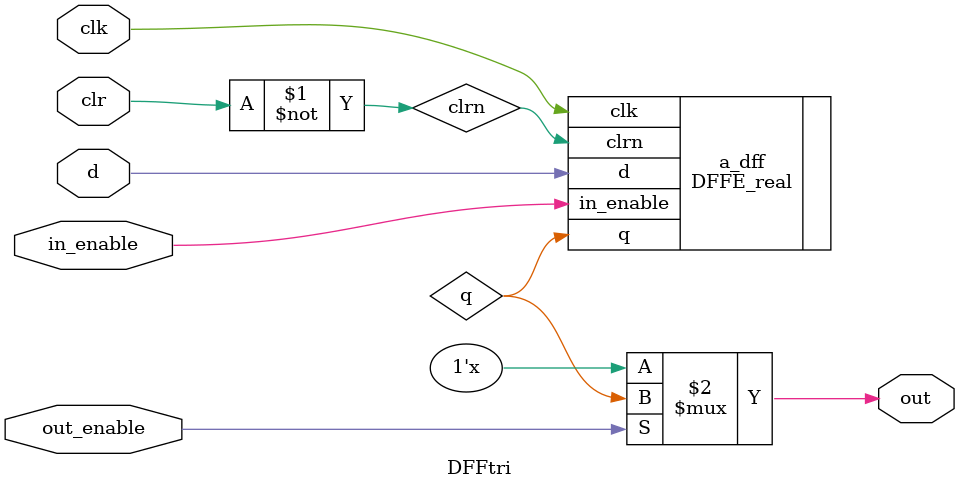
<source format=v>
module DFFtri(d, clk, clr, in_enable, out_enable, out);
	
	input d, clk, clr, in_enable, out_enable;
	output out;
	wire q, clrn;
	
	assign clrn = ~clr;
	
	DFFE_real a_dff(.d(d), .clk(clk), .clrn(clrn), .in_enable(in_enable), .q(q));
	assign out = out_enable ? q : 1'bz;
	
endmodule
</source>
